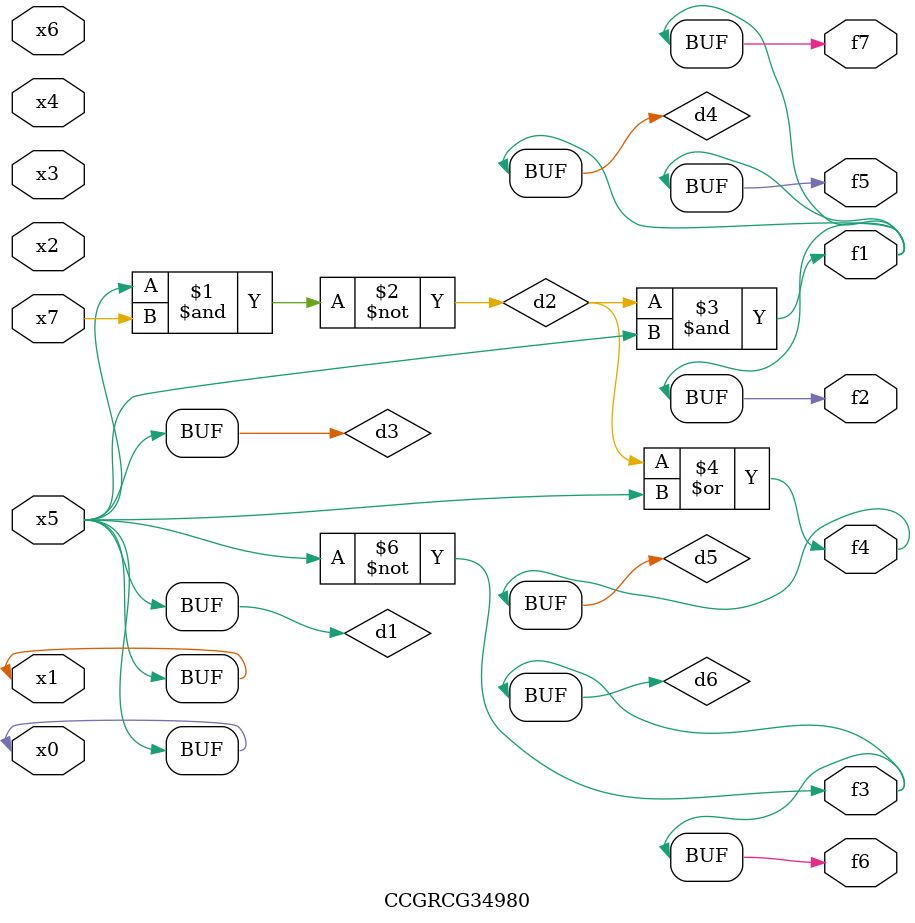
<source format=v>
module CCGRCG34980(
	input x0, x1, x2, x3, x4, x5, x6, x7,
	output f1, f2, f3, f4, f5, f6, f7
);

	wire d1, d2, d3, d4, d5, d6;

	buf (d1, x0, x5);
	nand (d2, x5, x7);
	buf (d3, x0, x1);
	and (d4, d2, d3);
	or (d5, d2, d3);
	nor (d6, d1, d3);
	assign f1 = d4;
	assign f2 = d4;
	assign f3 = d6;
	assign f4 = d5;
	assign f5 = d4;
	assign f6 = d6;
	assign f7 = d4;
endmodule

</source>
